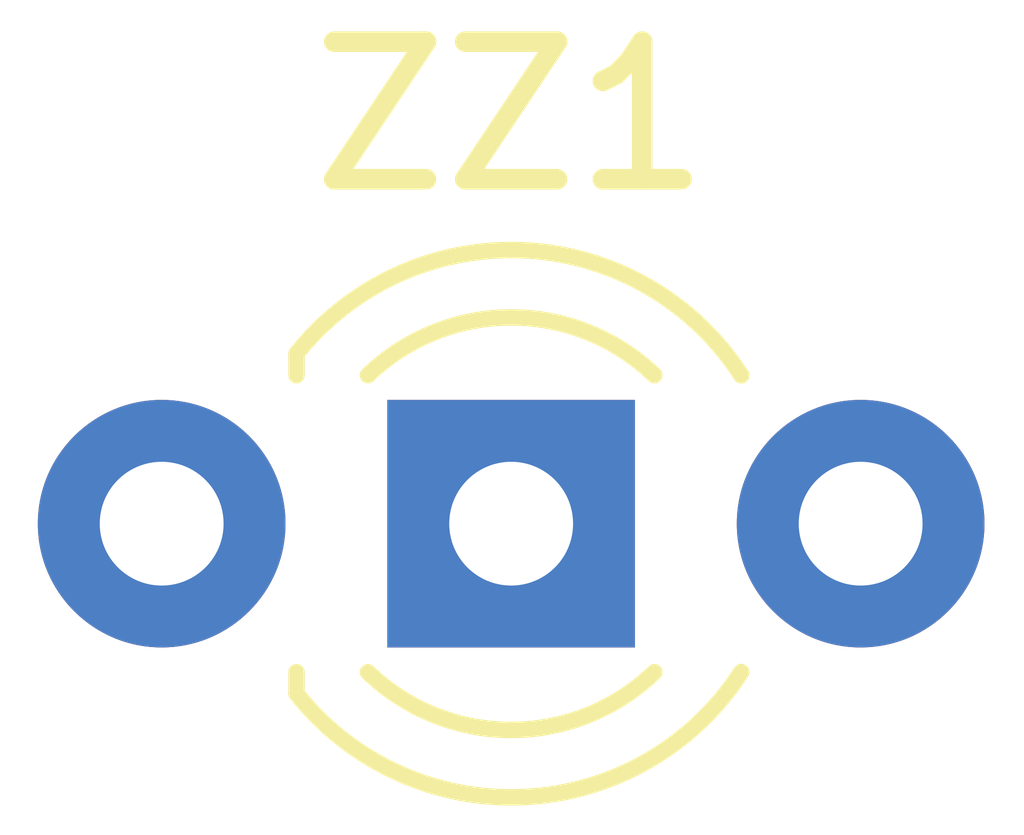
<source format=kicad_pcb>
(kicad_pcb (version 20171130) (host pcbnew "(5.1.9-0-10_14)")

  (general
    (thickness 1.6)
    (drawings 0)
    (tracks 0)
    (zones 0)
    (modules 1)
    (nets 4)
  )

  (page A4)
  (layers
    (0 F.Cu signal)
    (31 B.Cu signal)
    (32 B.Adhes user)
    (33 F.Adhes user)
    (34 B.Paste user)
    (35 F.Paste user)
    (36 B.SilkS user)
    (37 F.SilkS user)
    (38 B.Mask user)
    (39 F.Mask user)
    (40 Dwgs.User user)
    (41 Cmts.User user)
    (42 Eco1.User user)
    (43 Eco2.User user)
    (44 Edge.Cuts user)
    (45 Margin user)
    (46 B.CrtYd user hide)
    (47 F.CrtYd user hide)
    (48 B.Fab user hide)
    (49 F.Fab user hide)
  )

  (setup
    (last_trace_width 0.1524)
    (user_trace_width 0.1524)
    (user_trace_width 0.254)
    (user_trace_width 0.4064)
    (user_trace_width 0.635)
    (trace_clearance 0.1524)
    (zone_clearance 0.508)
    (zone_45_only no)
    (trace_min 0.1524)
    (via_size 0.6858)
    (via_drill 0.3048)
    (via_min_size 0.6858)
    (via_min_drill 0.3048)
    (uvia_size 0.3048)
    (uvia_drill 0.1524)
    (uvias_allowed no)
    (uvia_min_size 0.2)
    (uvia_min_drill 0.1)
    (edge_width 0.15)
    (segment_width 0.15)
    (pcb_text_width 0.3)
    (pcb_text_size 1.5 1.5)
    (mod_edge_width 0.15)
    (mod_text_size 1 1)
    (mod_text_width 0.15)
    (pad_size 1.8 1.8)
    (pad_drill 0.9)
    (pad_to_mask_clearance 0.2)
    (aux_axis_origin 0 0)
    (visible_elements FFFFFF7F)
    (pcbplotparams
      (layerselection 0x010fc_ffffffff)
      (usegerberextensions false)
      (usegerberattributes false)
      (usegerberadvancedattributes false)
      (creategerberjobfile false)
      (excludeedgelayer true)
      (linewidth 0.100000)
      (plotframeref false)
      (viasonmask false)
      (mode 1)
      (useauxorigin false)
      (hpglpennumber 1)
      (hpglpenspeed 20)
      (hpglpendiameter 15.000000)
      (psnegative false)
      (psa4output false)
      (plotreference true)
      (plotvalue true)
      (plotinvisibletext false)
      (padsonsilk false)
      (subtractmaskfromsilk false)
      (outputformat 1)
      (mirror false)
      (drillshape 1)
      (scaleselection 1)
      (outputdirectory ""))
  )

  (net 0 "")
  (net 1 GND)
  (net 2 "Net-(Pin0-Pad1)")
  (net 3 "Net-(Pin1-Pad1)")

  (net_class Default "This is the default net class."
    (clearance 0.1524)
    (trace_width 0.1524)
    (via_dia 0.6858)
    (via_drill 0.3048)
    (uvia_dia 0.3048)
    (uvia_drill 0.1524)
    (diff_pair_width 0.1524)
    (diff_pair_gap 0.1524)
    (add_net GND)
    (add_net "Net-(Pin0-Pad1)")
    (add_net "Net-(Pin1-Pad1)")
  )

  (module LED_THT:LED_D3.0mm-3 locked (layer F.Cu) (tedit 608ACF00) (tstamp 608ACF3E)
    (at -2.54 0)
    (descr "LED, diameter 3.0mm, 2 pins, diameter 3.0mm, 3 pins, http://www.kingbright.com/attachments/file/psearch/000/00/00/L-3VSURKCGKC(Ver.8A).pdf")
    (tags "LED diameter 3.0mm 2 pins diameter 3.0mm 3 pins")
    (path /5FD639C8)
    (fp_text reference ZZ1 (at 2.54 -2.96) (layer F.SilkS)
      (effects (font (size 1 1) (thickness 0.15)))
    )
    (fp_text value LED_Dual_ACA (at 2.54 2.96) (layer F.Fab)
      (effects (font (size 1 1) (thickness 0.15)))
    )
    (fp_line (start 6.25 -2.25) (end -1.15 -2.25) (layer F.CrtYd) (width 0.05))
    (fp_line (start 6.25 2.25) (end 6.25 -2.25) (layer F.CrtYd) (width 0.05))
    (fp_line (start -1.15 2.25) (end 6.25 2.25) (layer F.CrtYd) (width 0.05))
    (fp_line (start -1.15 -2.25) (end -1.15 2.25) (layer F.CrtYd) (width 0.05))
    (fp_line (start 0.98 1.08) (end 0.98 1.236) (layer F.SilkS) (width 0.12))
    (fp_line (start 0.98 -1.236) (end 0.98 -1.08) (layer F.SilkS) (width 0.12))
    (fp_line (start 1.04 -1.16619) (end 1.04 1.16619) (layer F.Fab) (width 0.1))
    (fp_circle (center 2.54 0) (end 4.04 0) (layer F.Fab) (width 0.1))
    (fp_arc (start 2.54 0) (end 1.04 -1.16619) (angle 284.3) (layer F.Fab) (width 0.1))
    (fp_arc (start 2.54 0) (end 0.98 -1.235516) (angle 108.8) (layer F.SilkS) (width 0.12))
    (fp_arc (start 2.54 0) (end 0.98 1.235516) (angle -108.8) (layer F.SilkS) (width 0.12))
    (fp_arc (start 2.54 0) (end 1.499039 -1.08) (angle 87.9) (layer F.SilkS) (width 0.12))
    (fp_arc (start 2.54 0) (end 1.499039 1.08) (angle -87.9) (layer F.SilkS) (width 0.12))
    (pad 1 thru_hole circle (at 0 0) (size 1.8 1.8) (drill 0.9) (layers *.Cu *.Mask)
      (net 2 "Net-(Pin0-Pad1)"))
    (pad 2 thru_hole rect (at 2.54 0) (size 1.8 1.8) (drill 0.9) (layers *.Cu *.Mask)
      (net 1 GND))
    (pad 3 thru_hole circle (at 5.08 0) (size 1.8 1.8) (drill 0.9) (layers *.Cu *.Mask)
      (net 3 "Net-(Pin1-Pad1)"))
    (model ${KISYS3DMOD}/LED_THT.3dshapes/LED_D3.0mm-3.wrl
      (at (xyz 0 0 0))
      (scale (xyz 1 1 1))
      (rotate (xyz 0 0 0))
    )
  )

)

</source>
